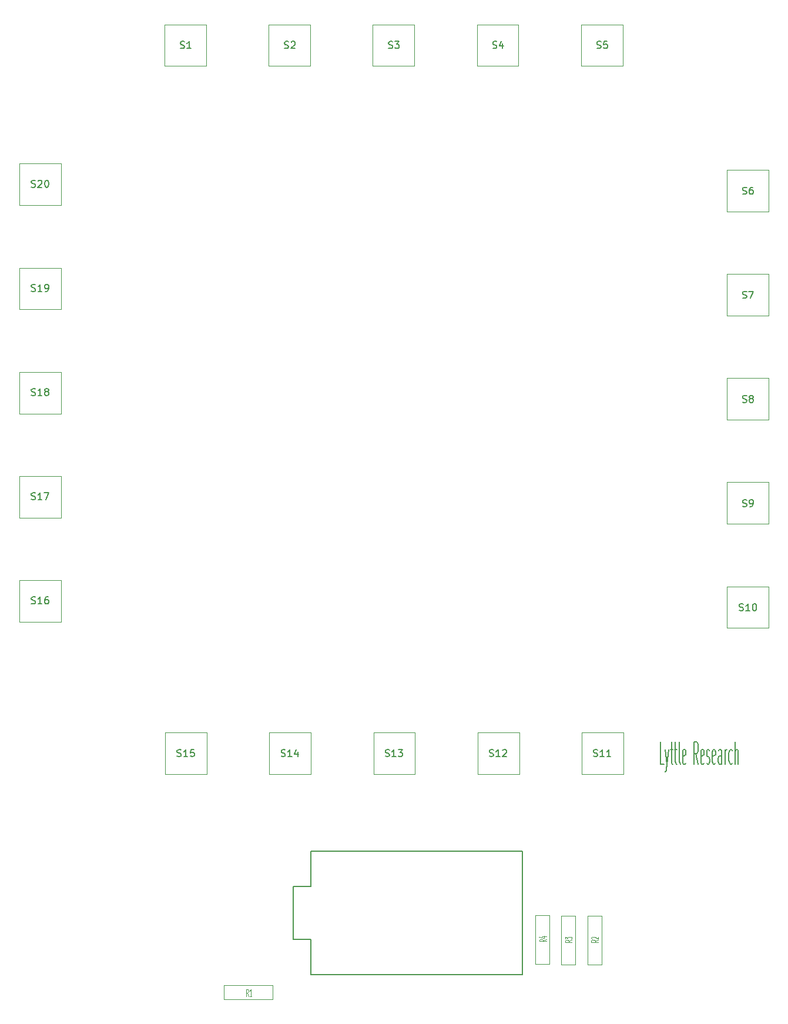
<source format=gbr>
%TF.GenerationSoftware,KiCad,Pcbnew,5.1.10-88a1d61d58~88~ubuntu18.04.1*%
%TF.CreationDate,2021-10-19T13:41:10-04:00*%
%TF.ProjectId,MFDkeyboard2withMountHoles3USEthisONE,4d46446b-6579-4626-9f61-726432776974,rev?*%
%TF.SameCoordinates,Original*%
%TF.FileFunction,Legend,Top*%
%TF.FilePolarity,Positive*%
%FSLAX46Y46*%
G04 Gerber Fmt 4.6, Leading zero omitted, Abs format (unit mm)*
G04 Created by KiCad (PCBNEW 5.1.10-88a1d61d58~88~ubuntu18.04.1) date 2021-10-19 13:41:10*
%MOMM*%
%LPD*%
G01*
G04 APERTURE LIST*
%ADD10C,0.150000*%
%ADD11C,0.120000*%
%ADD12C,0.125000*%
G04 APERTURE END LIST*
D10*
X132880952Y-142556666D02*
X132404761Y-142556666D01*
X132404761Y-139336666D01*
X133119047Y-140410000D02*
X133357142Y-142556666D01*
X133595238Y-140410000D02*
X133357142Y-142556666D01*
X133261904Y-143323333D01*
X133214285Y-143476666D01*
X133119047Y-143630000D01*
X133833333Y-140410000D02*
X134214285Y-140410000D01*
X133976190Y-139336666D02*
X133976190Y-142096666D01*
X134023809Y-142403333D01*
X134119047Y-142556666D01*
X134214285Y-142556666D01*
X134404761Y-140410000D02*
X134785714Y-140410000D01*
X134547619Y-139336666D02*
X134547619Y-142096666D01*
X134595238Y-142403333D01*
X134690476Y-142556666D01*
X134785714Y-142556666D01*
X135261904Y-142556666D02*
X135166666Y-142403333D01*
X135119047Y-142096666D01*
X135119047Y-139336666D01*
X136023809Y-142403333D02*
X135928571Y-142556666D01*
X135738095Y-142556666D01*
X135642857Y-142403333D01*
X135595238Y-142096666D01*
X135595238Y-140870000D01*
X135642857Y-140563333D01*
X135738095Y-140410000D01*
X135928571Y-140410000D01*
X136023809Y-140563333D01*
X136071428Y-140870000D01*
X136071428Y-141176666D01*
X135595238Y-141483333D01*
X137833333Y-142556666D02*
X137500000Y-141023333D01*
X137261904Y-142556666D02*
X137261904Y-139336666D01*
X137642857Y-139336666D01*
X137738095Y-139490000D01*
X137785714Y-139643333D01*
X137833333Y-139950000D01*
X137833333Y-140410000D01*
X137785714Y-140716666D01*
X137738095Y-140870000D01*
X137642857Y-141023333D01*
X137261904Y-141023333D01*
X138642857Y-142403333D02*
X138547619Y-142556666D01*
X138357142Y-142556666D01*
X138261904Y-142403333D01*
X138214285Y-142096666D01*
X138214285Y-140870000D01*
X138261904Y-140563333D01*
X138357142Y-140410000D01*
X138547619Y-140410000D01*
X138642857Y-140563333D01*
X138690476Y-140870000D01*
X138690476Y-141176666D01*
X138214285Y-141483333D01*
X139071428Y-142403333D02*
X139166666Y-142556666D01*
X139357142Y-142556666D01*
X139452380Y-142403333D01*
X139500000Y-142096666D01*
X139500000Y-141943333D01*
X139452380Y-141636666D01*
X139357142Y-141483333D01*
X139214285Y-141483333D01*
X139119047Y-141330000D01*
X139071428Y-141023333D01*
X139071428Y-140870000D01*
X139119047Y-140563333D01*
X139214285Y-140410000D01*
X139357142Y-140410000D01*
X139452380Y-140563333D01*
X140309523Y-142403333D02*
X140214285Y-142556666D01*
X140023809Y-142556666D01*
X139928571Y-142403333D01*
X139880952Y-142096666D01*
X139880952Y-140870000D01*
X139928571Y-140563333D01*
X140023809Y-140410000D01*
X140214285Y-140410000D01*
X140309523Y-140563333D01*
X140357142Y-140870000D01*
X140357142Y-141176666D01*
X139880952Y-141483333D01*
X141214285Y-142556666D02*
X141214285Y-140870000D01*
X141166666Y-140563333D01*
X141071428Y-140410000D01*
X140880952Y-140410000D01*
X140785714Y-140563333D01*
X141214285Y-142403333D02*
X141119047Y-142556666D01*
X140880952Y-142556666D01*
X140785714Y-142403333D01*
X140738095Y-142096666D01*
X140738095Y-141790000D01*
X140785714Y-141483333D01*
X140880952Y-141330000D01*
X141119047Y-141330000D01*
X141214285Y-141176666D01*
X141690476Y-142556666D02*
X141690476Y-140410000D01*
X141690476Y-141023333D02*
X141738095Y-140716666D01*
X141785714Y-140563333D01*
X141880952Y-140410000D01*
X141976190Y-140410000D01*
X142738095Y-142403333D02*
X142642857Y-142556666D01*
X142452380Y-142556666D01*
X142357142Y-142403333D01*
X142309523Y-142250000D01*
X142261904Y-141943333D01*
X142261904Y-141023333D01*
X142309523Y-140716666D01*
X142357142Y-140563333D01*
X142452380Y-140410000D01*
X142642857Y-140410000D01*
X142738095Y-140563333D01*
X143166666Y-142556666D02*
X143166666Y-139336666D01*
X143595238Y-142556666D02*
X143595238Y-140870000D01*
X143547619Y-140563333D01*
X143452380Y-140410000D01*
X143309523Y-140410000D01*
X143214285Y-140563333D01*
X143166666Y-140716666D01*
D11*
%TO.C,S12*%
X106100000Y-144000000D02*
X112000000Y-144000000D01*
X106050000Y-138000000D02*
X106050000Y-144000000D01*
X112050000Y-138000000D02*
X106050000Y-138000000D01*
X112050000Y-144000000D02*
X112050000Y-138000000D01*
%TO.C,S6*%
X148000000Y-62900000D02*
X148000000Y-57000000D01*
X142000000Y-62950000D02*
X148000000Y-62950000D01*
X142000000Y-56950000D02*
X142000000Y-62950000D01*
X148000000Y-56950000D02*
X142000000Y-56950000D01*
%TO.C,S7*%
X148000000Y-77900000D02*
X148000000Y-72000000D01*
X142000000Y-77950000D02*
X148000000Y-77950000D01*
X142000000Y-71950000D02*
X142000000Y-77950000D01*
X148000000Y-71950000D02*
X142000000Y-71950000D01*
%TO.C,S1*%
X66900000Y-36000000D02*
X61000000Y-36000000D01*
X66950000Y-42000000D02*
X66950000Y-36000000D01*
X60950000Y-42000000D02*
X66950000Y-42000000D01*
X60950000Y-36000000D02*
X60950000Y-42000000D01*
%TO.C,S2*%
X81900000Y-36000000D02*
X76000000Y-36000000D01*
X81950000Y-42000000D02*
X81950000Y-36000000D01*
X75950000Y-42000000D02*
X81950000Y-42000000D01*
X75950000Y-36000000D02*
X75950000Y-42000000D01*
%TO.C,S3*%
X96900000Y-36000000D02*
X91000000Y-36000000D01*
X96950000Y-42000000D02*
X96950000Y-36000000D01*
X90950000Y-42000000D02*
X96950000Y-42000000D01*
X90950000Y-36000000D02*
X90950000Y-42000000D01*
%TO.C,S4*%
X111900000Y-36000000D02*
X106000000Y-36000000D01*
X111950000Y-42000000D02*
X111950000Y-36000000D01*
X105950000Y-42000000D02*
X111950000Y-42000000D01*
X105950000Y-36000000D02*
X105950000Y-42000000D01*
%TO.C,S5*%
X126900000Y-36000000D02*
X121000000Y-36000000D01*
X126950000Y-42000000D02*
X126950000Y-36000000D01*
X120950000Y-42000000D02*
X126950000Y-42000000D01*
X120950000Y-36000000D02*
X120950000Y-42000000D01*
%TO.C,S8*%
X148000000Y-92900000D02*
X148000000Y-87000000D01*
X142000000Y-92950000D02*
X148000000Y-92950000D01*
X142000000Y-86950000D02*
X142000000Y-92950000D01*
X148000000Y-86950000D02*
X142000000Y-86950000D01*
%TO.C,S9*%
X148000000Y-107900000D02*
X148000000Y-102000000D01*
X142000000Y-107950000D02*
X148000000Y-107950000D01*
X142000000Y-101950000D02*
X142000000Y-107950000D01*
X148000000Y-101950000D02*
X142000000Y-101950000D01*
%TO.C,S10*%
X148000000Y-122900000D02*
X148000000Y-117000000D01*
X142000000Y-122950000D02*
X148000000Y-122950000D01*
X142000000Y-116950000D02*
X142000000Y-122950000D01*
X148000000Y-116950000D02*
X142000000Y-116950000D01*
%TO.C,S11*%
X121100000Y-144000000D02*
X127000000Y-144000000D01*
X121050000Y-138000000D02*
X121050000Y-144000000D01*
X127050000Y-138000000D02*
X121050000Y-138000000D01*
X127050000Y-144000000D02*
X127050000Y-138000000D01*
%TO.C,S13*%
X91100000Y-144000000D02*
X97000000Y-144000000D01*
X91050000Y-138000000D02*
X91050000Y-144000000D01*
X97050000Y-138000000D02*
X91050000Y-138000000D01*
X97050000Y-144000000D02*
X97050000Y-138000000D01*
%TO.C,S14*%
X76100000Y-144000000D02*
X82000000Y-144000000D01*
X76050000Y-138000000D02*
X76050000Y-144000000D01*
X82050000Y-138000000D02*
X76050000Y-138000000D01*
X82050000Y-144000000D02*
X82050000Y-138000000D01*
%TO.C,S15*%
X61100000Y-144000000D02*
X67000000Y-144000000D01*
X61050000Y-138000000D02*
X61050000Y-144000000D01*
X67050000Y-138000000D02*
X61050000Y-138000000D01*
X67050000Y-144000000D02*
X67050000Y-138000000D01*
%TO.C,S16*%
X40000000Y-116100000D02*
X40000000Y-122000000D01*
X46000000Y-116050000D02*
X40000000Y-116050000D01*
X46000000Y-122050000D02*
X46000000Y-116050000D01*
X40000000Y-122050000D02*
X46000000Y-122050000D01*
%TO.C,S17*%
X40000000Y-101100000D02*
X40000000Y-107000000D01*
X46000000Y-101050000D02*
X40000000Y-101050000D01*
X46000000Y-107050000D02*
X46000000Y-101050000D01*
X40000000Y-107050000D02*
X46000000Y-107050000D01*
%TO.C,S18*%
X40000000Y-86100000D02*
X40000000Y-92000000D01*
X46000000Y-86050000D02*
X40000000Y-86050000D01*
X46000000Y-92050000D02*
X46000000Y-86050000D01*
X40000000Y-92050000D02*
X46000000Y-92050000D01*
%TO.C,S19*%
X40000000Y-71100000D02*
X40000000Y-77000000D01*
X46000000Y-71050000D02*
X40000000Y-71050000D01*
X46000000Y-77050000D02*
X46000000Y-71050000D01*
X40000000Y-77050000D02*
X46000000Y-77050000D01*
%TO.C,S20*%
X40000000Y-56100000D02*
X40000000Y-62000000D01*
X46000000Y-56050000D02*
X40000000Y-56050000D01*
X46000000Y-62050000D02*
X46000000Y-56050000D01*
X40000000Y-62050000D02*
X46000000Y-62050000D01*
D10*
%TO.C,U1*%
X82060000Y-172890000D02*
X112540000Y-172890000D01*
X82060000Y-172890000D02*
X82060000Y-167810000D01*
X82060000Y-167810000D02*
X79520000Y-167810000D01*
X79520000Y-167810000D02*
X79520000Y-160190000D01*
X79520000Y-160190000D02*
X82060000Y-160190000D01*
X82060000Y-160190000D02*
X82060000Y-155110000D01*
X82060000Y-155110000D02*
X112540000Y-155110000D01*
X112540000Y-155110000D02*
X112540000Y-172890000D01*
D11*
%TO.C,R2*%
X121900000Y-171400000D02*
X121900000Y-164400000D01*
X121900000Y-164400000D02*
X123900000Y-164400000D01*
X123900000Y-164400000D02*
X123900000Y-171400000D01*
X123900000Y-171400000D02*
X121900000Y-171400000D01*
%TO.C,R1*%
X69500000Y-174400000D02*
X76500000Y-174400000D01*
X76500000Y-174400000D02*
X76500000Y-176400000D01*
X76500000Y-176400000D02*
X69500000Y-176400000D01*
X69500000Y-176400000D02*
X69500000Y-174400000D01*
%TO.C,R3*%
X118100000Y-171400000D02*
X118100000Y-164400000D01*
X118100000Y-164400000D02*
X120100000Y-164400000D01*
X120100000Y-164400000D02*
X120100000Y-171400000D01*
X120100000Y-171400000D02*
X118100000Y-171400000D01*
%TO.C,R4*%
X114400000Y-171300000D02*
X114400000Y-164300000D01*
X114400000Y-164300000D02*
X116400000Y-164300000D01*
X116400000Y-164300000D02*
X116400000Y-171300000D01*
X116400000Y-171300000D02*
X114400000Y-171300000D01*
%TO.C,S12*%
D10*
X107761904Y-141404761D02*
X107904761Y-141452380D01*
X108142857Y-141452380D01*
X108238095Y-141404761D01*
X108285714Y-141357142D01*
X108333333Y-141261904D01*
X108333333Y-141166666D01*
X108285714Y-141071428D01*
X108238095Y-141023809D01*
X108142857Y-140976190D01*
X107952380Y-140928571D01*
X107857142Y-140880952D01*
X107809523Y-140833333D01*
X107761904Y-140738095D01*
X107761904Y-140642857D01*
X107809523Y-140547619D01*
X107857142Y-140500000D01*
X107952380Y-140452380D01*
X108190476Y-140452380D01*
X108333333Y-140500000D01*
X109285714Y-141452380D02*
X108714285Y-141452380D01*
X109000000Y-141452380D02*
X109000000Y-140452380D01*
X108904761Y-140595238D01*
X108809523Y-140690476D01*
X108714285Y-140738095D01*
X109666666Y-140547619D02*
X109714285Y-140500000D01*
X109809523Y-140452380D01*
X110047619Y-140452380D01*
X110142857Y-140500000D01*
X110190476Y-140547619D01*
X110238095Y-140642857D01*
X110238095Y-140738095D01*
X110190476Y-140880952D01*
X109619047Y-141452380D01*
X110238095Y-141452380D01*
%TO.C,S6*%
X144238095Y-60404761D02*
X144380952Y-60452380D01*
X144619047Y-60452380D01*
X144714285Y-60404761D01*
X144761904Y-60357142D01*
X144809523Y-60261904D01*
X144809523Y-60166666D01*
X144761904Y-60071428D01*
X144714285Y-60023809D01*
X144619047Y-59976190D01*
X144428571Y-59928571D01*
X144333333Y-59880952D01*
X144285714Y-59833333D01*
X144238095Y-59738095D01*
X144238095Y-59642857D01*
X144285714Y-59547619D01*
X144333333Y-59500000D01*
X144428571Y-59452380D01*
X144666666Y-59452380D01*
X144809523Y-59500000D01*
X145666666Y-59452380D02*
X145476190Y-59452380D01*
X145380952Y-59500000D01*
X145333333Y-59547619D01*
X145238095Y-59690476D01*
X145190476Y-59880952D01*
X145190476Y-60261904D01*
X145238095Y-60357142D01*
X145285714Y-60404761D01*
X145380952Y-60452380D01*
X145571428Y-60452380D01*
X145666666Y-60404761D01*
X145714285Y-60357142D01*
X145761904Y-60261904D01*
X145761904Y-60023809D01*
X145714285Y-59928571D01*
X145666666Y-59880952D01*
X145571428Y-59833333D01*
X145380952Y-59833333D01*
X145285714Y-59880952D01*
X145238095Y-59928571D01*
X145190476Y-60023809D01*
%TO.C,S7*%
X144238095Y-75404761D02*
X144380952Y-75452380D01*
X144619047Y-75452380D01*
X144714285Y-75404761D01*
X144761904Y-75357142D01*
X144809523Y-75261904D01*
X144809523Y-75166666D01*
X144761904Y-75071428D01*
X144714285Y-75023809D01*
X144619047Y-74976190D01*
X144428571Y-74928571D01*
X144333333Y-74880952D01*
X144285714Y-74833333D01*
X144238095Y-74738095D01*
X144238095Y-74642857D01*
X144285714Y-74547619D01*
X144333333Y-74500000D01*
X144428571Y-74452380D01*
X144666666Y-74452380D01*
X144809523Y-74500000D01*
X145142857Y-74452380D02*
X145809523Y-74452380D01*
X145380952Y-75452380D01*
%TO.C,S1*%
X63238095Y-39404761D02*
X63380952Y-39452380D01*
X63619047Y-39452380D01*
X63714285Y-39404761D01*
X63761904Y-39357142D01*
X63809523Y-39261904D01*
X63809523Y-39166666D01*
X63761904Y-39071428D01*
X63714285Y-39023809D01*
X63619047Y-38976190D01*
X63428571Y-38928571D01*
X63333333Y-38880952D01*
X63285714Y-38833333D01*
X63238095Y-38738095D01*
X63238095Y-38642857D01*
X63285714Y-38547619D01*
X63333333Y-38500000D01*
X63428571Y-38452380D01*
X63666666Y-38452380D01*
X63809523Y-38500000D01*
X64761904Y-39452380D02*
X64190476Y-39452380D01*
X64476190Y-39452380D02*
X64476190Y-38452380D01*
X64380952Y-38595238D01*
X64285714Y-38690476D01*
X64190476Y-38738095D01*
%TO.C,S2*%
X78238095Y-39404761D02*
X78380952Y-39452380D01*
X78619047Y-39452380D01*
X78714285Y-39404761D01*
X78761904Y-39357142D01*
X78809523Y-39261904D01*
X78809523Y-39166666D01*
X78761904Y-39071428D01*
X78714285Y-39023809D01*
X78619047Y-38976190D01*
X78428571Y-38928571D01*
X78333333Y-38880952D01*
X78285714Y-38833333D01*
X78238095Y-38738095D01*
X78238095Y-38642857D01*
X78285714Y-38547619D01*
X78333333Y-38500000D01*
X78428571Y-38452380D01*
X78666666Y-38452380D01*
X78809523Y-38500000D01*
X79190476Y-38547619D02*
X79238095Y-38500000D01*
X79333333Y-38452380D01*
X79571428Y-38452380D01*
X79666666Y-38500000D01*
X79714285Y-38547619D01*
X79761904Y-38642857D01*
X79761904Y-38738095D01*
X79714285Y-38880952D01*
X79142857Y-39452380D01*
X79761904Y-39452380D01*
%TO.C,S3*%
X93238095Y-39404761D02*
X93380952Y-39452380D01*
X93619047Y-39452380D01*
X93714285Y-39404761D01*
X93761904Y-39357142D01*
X93809523Y-39261904D01*
X93809523Y-39166666D01*
X93761904Y-39071428D01*
X93714285Y-39023809D01*
X93619047Y-38976190D01*
X93428571Y-38928571D01*
X93333333Y-38880952D01*
X93285714Y-38833333D01*
X93238095Y-38738095D01*
X93238095Y-38642857D01*
X93285714Y-38547619D01*
X93333333Y-38500000D01*
X93428571Y-38452380D01*
X93666666Y-38452380D01*
X93809523Y-38500000D01*
X94142857Y-38452380D02*
X94761904Y-38452380D01*
X94428571Y-38833333D01*
X94571428Y-38833333D01*
X94666666Y-38880952D01*
X94714285Y-38928571D01*
X94761904Y-39023809D01*
X94761904Y-39261904D01*
X94714285Y-39357142D01*
X94666666Y-39404761D01*
X94571428Y-39452380D01*
X94285714Y-39452380D01*
X94190476Y-39404761D01*
X94142857Y-39357142D01*
%TO.C,S4*%
X108238095Y-39404761D02*
X108380952Y-39452380D01*
X108619047Y-39452380D01*
X108714285Y-39404761D01*
X108761904Y-39357142D01*
X108809523Y-39261904D01*
X108809523Y-39166666D01*
X108761904Y-39071428D01*
X108714285Y-39023809D01*
X108619047Y-38976190D01*
X108428571Y-38928571D01*
X108333333Y-38880952D01*
X108285714Y-38833333D01*
X108238095Y-38738095D01*
X108238095Y-38642857D01*
X108285714Y-38547619D01*
X108333333Y-38500000D01*
X108428571Y-38452380D01*
X108666666Y-38452380D01*
X108809523Y-38500000D01*
X109666666Y-38785714D02*
X109666666Y-39452380D01*
X109428571Y-38404761D02*
X109190476Y-39119047D01*
X109809523Y-39119047D01*
%TO.C,S5*%
X123238095Y-39404761D02*
X123380952Y-39452380D01*
X123619047Y-39452380D01*
X123714285Y-39404761D01*
X123761904Y-39357142D01*
X123809523Y-39261904D01*
X123809523Y-39166666D01*
X123761904Y-39071428D01*
X123714285Y-39023809D01*
X123619047Y-38976190D01*
X123428571Y-38928571D01*
X123333333Y-38880952D01*
X123285714Y-38833333D01*
X123238095Y-38738095D01*
X123238095Y-38642857D01*
X123285714Y-38547619D01*
X123333333Y-38500000D01*
X123428571Y-38452380D01*
X123666666Y-38452380D01*
X123809523Y-38500000D01*
X124714285Y-38452380D02*
X124238095Y-38452380D01*
X124190476Y-38928571D01*
X124238095Y-38880952D01*
X124333333Y-38833333D01*
X124571428Y-38833333D01*
X124666666Y-38880952D01*
X124714285Y-38928571D01*
X124761904Y-39023809D01*
X124761904Y-39261904D01*
X124714285Y-39357142D01*
X124666666Y-39404761D01*
X124571428Y-39452380D01*
X124333333Y-39452380D01*
X124238095Y-39404761D01*
X124190476Y-39357142D01*
%TO.C,S8*%
X144238095Y-90404761D02*
X144380952Y-90452380D01*
X144619047Y-90452380D01*
X144714285Y-90404761D01*
X144761904Y-90357142D01*
X144809523Y-90261904D01*
X144809523Y-90166666D01*
X144761904Y-90071428D01*
X144714285Y-90023809D01*
X144619047Y-89976190D01*
X144428571Y-89928571D01*
X144333333Y-89880952D01*
X144285714Y-89833333D01*
X144238095Y-89738095D01*
X144238095Y-89642857D01*
X144285714Y-89547619D01*
X144333333Y-89500000D01*
X144428571Y-89452380D01*
X144666666Y-89452380D01*
X144809523Y-89500000D01*
X145380952Y-89880952D02*
X145285714Y-89833333D01*
X145238095Y-89785714D01*
X145190476Y-89690476D01*
X145190476Y-89642857D01*
X145238095Y-89547619D01*
X145285714Y-89500000D01*
X145380952Y-89452380D01*
X145571428Y-89452380D01*
X145666666Y-89500000D01*
X145714285Y-89547619D01*
X145761904Y-89642857D01*
X145761904Y-89690476D01*
X145714285Y-89785714D01*
X145666666Y-89833333D01*
X145571428Y-89880952D01*
X145380952Y-89880952D01*
X145285714Y-89928571D01*
X145238095Y-89976190D01*
X145190476Y-90071428D01*
X145190476Y-90261904D01*
X145238095Y-90357142D01*
X145285714Y-90404761D01*
X145380952Y-90452380D01*
X145571428Y-90452380D01*
X145666666Y-90404761D01*
X145714285Y-90357142D01*
X145761904Y-90261904D01*
X145761904Y-90071428D01*
X145714285Y-89976190D01*
X145666666Y-89928571D01*
X145571428Y-89880952D01*
%TO.C,S9*%
X144238095Y-105404761D02*
X144380952Y-105452380D01*
X144619047Y-105452380D01*
X144714285Y-105404761D01*
X144761904Y-105357142D01*
X144809523Y-105261904D01*
X144809523Y-105166666D01*
X144761904Y-105071428D01*
X144714285Y-105023809D01*
X144619047Y-104976190D01*
X144428571Y-104928571D01*
X144333333Y-104880952D01*
X144285714Y-104833333D01*
X144238095Y-104738095D01*
X144238095Y-104642857D01*
X144285714Y-104547619D01*
X144333333Y-104500000D01*
X144428571Y-104452380D01*
X144666666Y-104452380D01*
X144809523Y-104500000D01*
X145285714Y-105452380D02*
X145476190Y-105452380D01*
X145571428Y-105404761D01*
X145619047Y-105357142D01*
X145714285Y-105214285D01*
X145761904Y-105023809D01*
X145761904Y-104642857D01*
X145714285Y-104547619D01*
X145666666Y-104500000D01*
X145571428Y-104452380D01*
X145380952Y-104452380D01*
X145285714Y-104500000D01*
X145238095Y-104547619D01*
X145190476Y-104642857D01*
X145190476Y-104880952D01*
X145238095Y-104976190D01*
X145285714Y-105023809D01*
X145380952Y-105071428D01*
X145571428Y-105071428D01*
X145666666Y-105023809D01*
X145714285Y-104976190D01*
X145761904Y-104880952D01*
%TO.C,S10*%
X143761904Y-120404761D02*
X143904761Y-120452380D01*
X144142857Y-120452380D01*
X144238095Y-120404761D01*
X144285714Y-120357142D01*
X144333333Y-120261904D01*
X144333333Y-120166666D01*
X144285714Y-120071428D01*
X144238095Y-120023809D01*
X144142857Y-119976190D01*
X143952380Y-119928571D01*
X143857142Y-119880952D01*
X143809523Y-119833333D01*
X143761904Y-119738095D01*
X143761904Y-119642857D01*
X143809523Y-119547619D01*
X143857142Y-119500000D01*
X143952380Y-119452380D01*
X144190476Y-119452380D01*
X144333333Y-119500000D01*
X145285714Y-120452380D02*
X144714285Y-120452380D01*
X145000000Y-120452380D02*
X145000000Y-119452380D01*
X144904761Y-119595238D01*
X144809523Y-119690476D01*
X144714285Y-119738095D01*
X145904761Y-119452380D02*
X146000000Y-119452380D01*
X146095238Y-119500000D01*
X146142857Y-119547619D01*
X146190476Y-119642857D01*
X146238095Y-119833333D01*
X146238095Y-120071428D01*
X146190476Y-120261904D01*
X146142857Y-120357142D01*
X146095238Y-120404761D01*
X146000000Y-120452380D01*
X145904761Y-120452380D01*
X145809523Y-120404761D01*
X145761904Y-120357142D01*
X145714285Y-120261904D01*
X145666666Y-120071428D01*
X145666666Y-119833333D01*
X145714285Y-119642857D01*
X145761904Y-119547619D01*
X145809523Y-119500000D01*
X145904761Y-119452380D01*
%TO.C,S11*%
X122761904Y-141404761D02*
X122904761Y-141452380D01*
X123142857Y-141452380D01*
X123238095Y-141404761D01*
X123285714Y-141357142D01*
X123333333Y-141261904D01*
X123333333Y-141166666D01*
X123285714Y-141071428D01*
X123238095Y-141023809D01*
X123142857Y-140976190D01*
X122952380Y-140928571D01*
X122857142Y-140880952D01*
X122809523Y-140833333D01*
X122761904Y-140738095D01*
X122761904Y-140642857D01*
X122809523Y-140547619D01*
X122857142Y-140500000D01*
X122952380Y-140452380D01*
X123190476Y-140452380D01*
X123333333Y-140500000D01*
X124285714Y-141452380D02*
X123714285Y-141452380D01*
X124000000Y-141452380D02*
X124000000Y-140452380D01*
X123904761Y-140595238D01*
X123809523Y-140690476D01*
X123714285Y-140738095D01*
X125238095Y-141452380D02*
X124666666Y-141452380D01*
X124952380Y-141452380D02*
X124952380Y-140452380D01*
X124857142Y-140595238D01*
X124761904Y-140690476D01*
X124666666Y-140738095D01*
%TO.C,S13*%
X92761904Y-141404761D02*
X92904761Y-141452380D01*
X93142857Y-141452380D01*
X93238095Y-141404761D01*
X93285714Y-141357142D01*
X93333333Y-141261904D01*
X93333333Y-141166666D01*
X93285714Y-141071428D01*
X93238095Y-141023809D01*
X93142857Y-140976190D01*
X92952380Y-140928571D01*
X92857142Y-140880952D01*
X92809523Y-140833333D01*
X92761904Y-140738095D01*
X92761904Y-140642857D01*
X92809523Y-140547619D01*
X92857142Y-140500000D01*
X92952380Y-140452380D01*
X93190476Y-140452380D01*
X93333333Y-140500000D01*
X94285714Y-141452380D02*
X93714285Y-141452380D01*
X94000000Y-141452380D02*
X94000000Y-140452380D01*
X93904761Y-140595238D01*
X93809523Y-140690476D01*
X93714285Y-140738095D01*
X94619047Y-140452380D02*
X95238095Y-140452380D01*
X94904761Y-140833333D01*
X95047619Y-140833333D01*
X95142857Y-140880952D01*
X95190476Y-140928571D01*
X95238095Y-141023809D01*
X95238095Y-141261904D01*
X95190476Y-141357142D01*
X95142857Y-141404761D01*
X95047619Y-141452380D01*
X94761904Y-141452380D01*
X94666666Y-141404761D01*
X94619047Y-141357142D01*
%TO.C,S14*%
X77761904Y-141404761D02*
X77904761Y-141452380D01*
X78142857Y-141452380D01*
X78238095Y-141404761D01*
X78285714Y-141357142D01*
X78333333Y-141261904D01*
X78333333Y-141166666D01*
X78285714Y-141071428D01*
X78238095Y-141023809D01*
X78142857Y-140976190D01*
X77952380Y-140928571D01*
X77857142Y-140880952D01*
X77809523Y-140833333D01*
X77761904Y-140738095D01*
X77761904Y-140642857D01*
X77809523Y-140547619D01*
X77857142Y-140500000D01*
X77952380Y-140452380D01*
X78190476Y-140452380D01*
X78333333Y-140500000D01*
X79285714Y-141452380D02*
X78714285Y-141452380D01*
X79000000Y-141452380D02*
X79000000Y-140452380D01*
X78904761Y-140595238D01*
X78809523Y-140690476D01*
X78714285Y-140738095D01*
X80142857Y-140785714D02*
X80142857Y-141452380D01*
X79904761Y-140404761D02*
X79666666Y-141119047D01*
X80285714Y-141119047D01*
%TO.C,S15*%
X62761904Y-141404761D02*
X62904761Y-141452380D01*
X63142857Y-141452380D01*
X63238095Y-141404761D01*
X63285714Y-141357142D01*
X63333333Y-141261904D01*
X63333333Y-141166666D01*
X63285714Y-141071428D01*
X63238095Y-141023809D01*
X63142857Y-140976190D01*
X62952380Y-140928571D01*
X62857142Y-140880952D01*
X62809523Y-140833333D01*
X62761904Y-140738095D01*
X62761904Y-140642857D01*
X62809523Y-140547619D01*
X62857142Y-140500000D01*
X62952380Y-140452380D01*
X63190476Y-140452380D01*
X63333333Y-140500000D01*
X64285714Y-141452380D02*
X63714285Y-141452380D01*
X64000000Y-141452380D02*
X64000000Y-140452380D01*
X63904761Y-140595238D01*
X63809523Y-140690476D01*
X63714285Y-140738095D01*
X65190476Y-140452380D02*
X64714285Y-140452380D01*
X64666666Y-140928571D01*
X64714285Y-140880952D01*
X64809523Y-140833333D01*
X65047619Y-140833333D01*
X65142857Y-140880952D01*
X65190476Y-140928571D01*
X65238095Y-141023809D01*
X65238095Y-141261904D01*
X65190476Y-141357142D01*
X65142857Y-141404761D01*
X65047619Y-141452380D01*
X64809523Y-141452380D01*
X64714285Y-141404761D01*
X64666666Y-141357142D01*
%TO.C,S16*%
X41761904Y-119404761D02*
X41904761Y-119452380D01*
X42142857Y-119452380D01*
X42238095Y-119404761D01*
X42285714Y-119357142D01*
X42333333Y-119261904D01*
X42333333Y-119166666D01*
X42285714Y-119071428D01*
X42238095Y-119023809D01*
X42142857Y-118976190D01*
X41952380Y-118928571D01*
X41857142Y-118880952D01*
X41809523Y-118833333D01*
X41761904Y-118738095D01*
X41761904Y-118642857D01*
X41809523Y-118547619D01*
X41857142Y-118500000D01*
X41952380Y-118452380D01*
X42190476Y-118452380D01*
X42333333Y-118500000D01*
X43285714Y-119452380D02*
X42714285Y-119452380D01*
X43000000Y-119452380D02*
X43000000Y-118452380D01*
X42904761Y-118595238D01*
X42809523Y-118690476D01*
X42714285Y-118738095D01*
X44142857Y-118452380D02*
X43952380Y-118452380D01*
X43857142Y-118500000D01*
X43809523Y-118547619D01*
X43714285Y-118690476D01*
X43666666Y-118880952D01*
X43666666Y-119261904D01*
X43714285Y-119357142D01*
X43761904Y-119404761D01*
X43857142Y-119452380D01*
X44047619Y-119452380D01*
X44142857Y-119404761D01*
X44190476Y-119357142D01*
X44238095Y-119261904D01*
X44238095Y-119023809D01*
X44190476Y-118928571D01*
X44142857Y-118880952D01*
X44047619Y-118833333D01*
X43857142Y-118833333D01*
X43761904Y-118880952D01*
X43714285Y-118928571D01*
X43666666Y-119023809D01*
%TO.C,S17*%
X41761904Y-104404761D02*
X41904761Y-104452380D01*
X42142857Y-104452380D01*
X42238095Y-104404761D01*
X42285714Y-104357142D01*
X42333333Y-104261904D01*
X42333333Y-104166666D01*
X42285714Y-104071428D01*
X42238095Y-104023809D01*
X42142857Y-103976190D01*
X41952380Y-103928571D01*
X41857142Y-103880952D01*
X41809523Y-103833333D01*
X41761904Y-103738095D01*
X41761904Y-103642857D01*
X41809523Y-103547619D01*
X41857142Y-103500000D01*
X41952380Y-103452380D01*
X42190476Y-103452380D01*
X42333333Y-103500000D01*
X43285714Y-104452380D02*
X42714285Y-104452380D01*
X43000000Y-104452380D02*
X43000000Y-103452380D01*
X42904761Y-103595238D01*
X42809523Y-103690476D01*
X42714285Y-103738095D01*
X43619047Y-103452380D02*
X44285714Y-103452380D01*
X43857142Y-104452380D01*
%TO.C,S18*%
X41761904Y-89404761D02*
X41904761Y-89452380D01*
X42142857Y-89452380D01*
X42238095Y-89404761D01*
X42285714Y-89357142D01*
X42333333Y-89261904D01*
X42333333Y-89166666D01*
X42285714Y-89071428D01*
X42238095Y-89023809D01*
X42142857Y-88976190D01*
X41952380Y-88928571D01*
X41857142Y-88880952D01*
X41809523Y-88833333D01*
X41761904Y-88738095D01*
X41761904Y-88642857D01*
X41809523Y-88547619D01*
X41857142Y-88500000D01*
X41952380Y-88452380D01*
X42190476Y-88452380D01*
X42333333Y-88500000D01*
X43285714Y-89452380D02*
X42714285Y-89452380D01*
X43000000Y-89452380D02*
X43000000Y-88452380D01*
X42904761Y-88595238D01*
X42809523Y-88690476D01*
X42714285Y-88738095D01*
X43857142Y-88880952D02*
X43761904Y-88833333D01*
X43714285Y-88785714D01*
X43666666Y-88690476D01*
X43666666Y-88642857D01*
X43714285Y-88547619D01*
X43761904Y-88500000D01*
X43857142Y-88452380D01*
X44047619Y-88452380D01*
X44142857Y-88500000D01*
X44190476Y-88547619D01*
X44238095Y-88642857D01*
X44238095Y-88690476D01*
X44190476Y-88785714D01*
X44142857Y-88833333D01*
X44047619Y-88880952D01*
X43857142Y-88880952D01*
X43761904Y-88928571D01*
X43714285Y-88976190D01*
X43666666Y-89071428D01*
X43666666Y-89261904D01*
X43714285Y-89357142D01*
X43761904Y-89404761D01*
X43857142Y-89452380D01*
X44047619Y-89452380D01*
X44142857Y-89404761D01*
X44190476Y-89357142D01*
X44238095Y-89261904D01*
X44238095Y-89071428D01*
X44190476Y-88976190D01*
X44142857Y-88928571D01*
X44047619Y-88880952D01*
%TO.C,S19*%
X41761904Y-74404761D02*
X41904761Y-74452380D01*
X42142857Y-74452380D01*
X42238095Y-74404761D01*
X42285714Y-74357142D01*
X42333333Y-74261904D01*
X42333333Y-74166666D01*
X42285714Y-74071428D01*
X42238095Y-74023809D01*
X42142857Y-73976190D01*
X41952380Y-73928571D01*
X41857142Y-73880952D01*
X41809523Y-73833333D01*
X41761904Y-73738095D01*
X41761904Y-73642857D01*
X41809523Y-73547619D01*
X41857142Y-73500000D01*
X41952380Y-73452380D01*
X42190476Y-73452380D01*
X42333333Y-73500000D01*
X43285714Y-74452380D02*
X42714285Y-74452380D01*
X43000000Y-74452380D02*
X43000000Y-73452380D01*
X42904761Y-73595238D01*
X42809523Y-73690476D01*
X42714285Y-73738095D01*
X43761904Y-74452380D02*
X43952380Y-74452380D01*
X44047619Y-74404761D01*
X44095238Y-74357142D01*
X44190476Y-74214285D01*
X44238095Y-74023809D01*
X44238095Y-73642857D01*
X44190476Y-73547619D01*
X44142857Y-73500000D01*
X44047619Y-73452380D01*
X43857142Y-73452380D01*
X43761904Y-73500000D01*
X43714285Y-73547619D01*
X43666666Y-73642857D01*
X43666666Y-73880952D01*
X43714285Y-73976190D01*
X43761904Y-74023809D01*
X43857142Y-74071428D01*
X44047619Y-74071428D01*
X44142857Y-74023809D01*
X44190476Y-73976190D01*
X44238095Y-73880952D01*
%TO.C,S20*%
X41761904Y-59404761D02*
X41904761Y-59452380D01*
X42142857Y-59452380D01*
X42238095Y-59404761D01*
X42285714Y-59357142D01*
X42333333Y-59261904D01*
X42333333Y-59166666D01*
X42285714Y-59071428D01*
X42238095Y-59023809D01*
X42142857Y-58976190D01*
X41952380Y-58928571D01*
X41857142Y-58880952D01*
X41809523Y-58833333D01*
X41761904Y-58738095D01*
X41761904Y-58642857D01*
X41809523Y-58547619D01*
X41857142Y-58500000D01*
X41952380Y-58452380D01*
X42190476Y-58452380D01*
X42333333Y-58500000D01*
X42714285Y-58547619D02*
X42761904Y-58500000D01*
X42857142Y-58452380D01*
X43095238Y-58452380D01*
X43190476Y-58500000D01*
X43238095Y-58547619D01*
X43285714Y-58642857D01*
X43285714Y-58738095D01*
X43238095Y-58880952D01*
X42666666Y-59452380D01*
X43285714Y-59452380D01*
X43904761Y-58452380D02*
X44000000Y-58452380D01*
X44095238Y-58500000D01*
X44142857Y-58547619D01*
X44190476Y-58642857D01*
X44238095Y-58833333D01*
X44238095Y-59071428D01*
X44190476Y-59261904D01*
X44142857Y-59357142D01*
X44095238Y-59404761D01*
X44000000Y-59452380D01*
X43904761Y-59452380D01*
X43809523Y-59404761D01*
X43761904Y-59357142D01*
X43714285Y-59261904D01*
X43666666Y-59071428D01*
X43666666Y-58833333D01*
X43714285Y-58642857D01*
X43761904Y-58547619D01*
X43809523Y-58500000D01*
X43904761Y-58452380D01*
%TO.C,R2*%
D12*
X123452380Y-167883333D02*
X122976190Y-168050000D01*
X123452380Y-168169047D02*
X122452380Y-168169047D01*
X122452380Y-167978571D01*
X122500000Y-167930952D01*
X122547619Y-167907142D01*
X122642857Y-167883333D01*
X122785714Y-167883333D01*
X122880952Y-167907142D01*
X122928571Y-167930952D01*
X122976190Y-167978571D01*
X122976190Y-168169047D01*
X122547619Y-167692857D02*
X122500000Y-167669047D01*
X122452380Y-167621428D01*
X122452380Y-167502380D01*
X122500000Y-167454761D01*
X122547619Y-167430952D01*
X122642857Y-167407142D01*
X122738095Y-167407142D01*
X122880952Y-167430952D01*
X123452380Y-167716666D01*
X123452380Y-167407142D01*
%TO.C,R1*%
X73016666Y-175952380D02*
X72850000Y-175476190D01*
X72730952Y-175952380D02*
X72730952Y-174952380D01*
X72921428Y-174952380D01*
X72969047Y-175000000D01*
X72992857Y-175047619D01*
X73016666Y-175142857D01*
X73016666Y-175285714D01*
X72992857Y-175380952D01*
X72969047Y-175428571D01*
X72921428Y-175476190D01*
X72730952Y-175476190D01*
X73492857Y-175952380D02*
X73207142Y-175952380D01*
X73350000Y-175952380D02*
X73350000Y-174952380D01*
X73302380Y-175095238D01*
X73254761Y-175190476D01*
X73207142Y-175238095D01*
%TO.C,R3*%
X119652380Y-167883333D02*
X119176190Y-168050000D01*
X119652380Y-168169047D02*
X118652380Y-168169047D01*
X118652380Y-167978571D01*
X118700000Y-167930952D01*
X118747619Y-167907142D01*
X118842857Y-167883333D01*
X118985714Y-167883333D01*
X119080952Y-167907142D01*
X119128571Y-167930952D01*
X119176190Y-167978571D01*
X119176190Y-168169047D01*
X118652380Y-167716666D02*
X118652380Y-167407142D01*
X119033333Y-167573809D01*
X119033333Y-167502380D01*
X119080952Y-167454761D01*
X119128571Y-167430952D01*
X119223809Y-167407142D01*
X119461904Y-167407142D01*
X119557142Y-167430952D01*
X119604761Y-167454761D01*
X119652380Y-167502380D01*
X119652380Y-167645238D01*
X119604761Y-167692857D01*
X119557142Y-167716666D01*
%TO.C,R4*%
X115952380Y-167783333D02*
X115476190Y-167950000D01*
X115952380Y-168069047D02*
X114952380Y-168069047D01*
X114952380Y-167878571D01*
X115000000Y-167830952D01*
X115047619Y-167807142D01*
X115142857Y-167783333D01*
X115285714Y-167783333D01*
X115380952Y-167807142D01*
X115428571Y-167830952D01*
X115476190Y-167878571D01*
X115476190Y-168069047D01*
X115285714Y-167354761D02*
X115952380Y-167354761D01*
X114904761Y-167473809D02*
X115619047Y-167592857D01*
X115619047Y-167283333D01*
%TD*%
M02*

</source>
